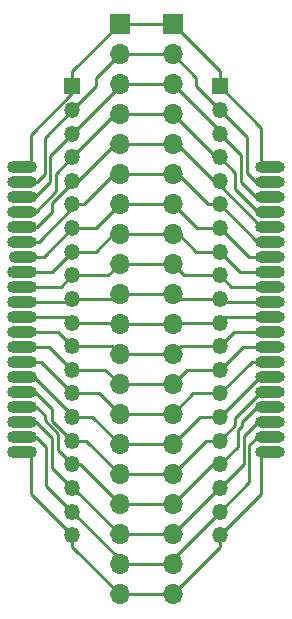
<source format=gbr>
%TF.GenerationSoftware,KiCad,Pcbnew,8.0.1*%
%TF.CreationDate,2024-04-29T01:14:48+09:00*%
%TF.ProjectId,pitch-convert,70697463-682d-4636-9f6e-766572742e6b,1*%
%TF.SameCoordinates,PX855f4f8PY6b58780*%
%TF.FileFunction,Copper,L1,Top*%
%TF.FilePolarity,Positive*%
%FSLAX46Y46*%
G04 Gerber Fmt 4.6, Leading zero omitted, Abs format (unit mm)*
G04 Created by KiCad (PCBNEW 8.0.1) date 2024-04-29 01:14:48*
%MOMM*%
%LPD*%
G01*
G04 APERTURE LIST*
%TA.AperFunction,ComponentPad*%
%ADD10O,2.540000X1.008000*%
%TD*%
%TA.AperFunction,ComponentPad*%
%ADD11O,2.540000X1.000000*%
%TD*%
%TA.AperFunction,ComponentPad*%
%ADD12O,2.413000X1.008000*%
%TD*%
%TA.AperFunction,ComponentPad*%
%ADD13R,1.350000X1.350000*%
%TD*%
%TA.AperFunction,ComponentPad*%
%ADD14O,1.350000X1.350000*%
%TD*%
%TA.AperFunction,ComponentPad*%
%ADD15R,1.700000X1.700000*%
%TD*%
%TA.AperFunction,ComponentPad*%
%ADD16O,1.700000X1.700000*%
%TD*%
%TA.AperFunction,ComponentPad*%
%ADD17O,2.532000X1.000000*%
%TD*%
%TA.AperFunction,ComponentPad*%
%ADD18O,2.532000X1.008000*%
%TD*%
%TA.AperFunction,Conductor*%
%ADD19C,0.250000*%
%TD*%
G04 APERTURE END LIST*
D10*
%TO.P,J5,1,Pin_1*%
%TO.N,/A1*%
X-26613000Y30256000D03*
D11*
%TO.P,J5,2,Pin_2*%
%TO.N,/A2*%
X-26613000Y28990000D03*
D10*
%TO.P,J5,3,Pin_3*%
%TO.N,/A3*%
X-26613000Y27716000D03*
D11*
%TO.P,J5,4,Pin_4*%
%TO.N,/A4*%
X-26613000Y26450000D03*
D10*
%TO.P,J5,5,Pin_5*%
%TO.N,/A5*%
X-26613000Y25176000D03*
D11*
%TO.P,J5,6,Pin_6*%
%TO.N,/A6*%
X-26613000Y23910000D03*
D12*
%TO.P,J5,7,Pin_7*%
%TO.N,/A7*%
X-26549500Y22636000D03*
D10*
%TO.P,J5,8,Pin_8*%
%TO.N,/A8*%
X-26613000Y21366000D03*
%TO.P,J5,9,Pin_9*%
%TO.N,/A9*%
X-26613000Y20096000D03*
%TO.P,J5,10,Pin_10*%
%TO.N,/A10*%
X-26613000Y18826000D03*
%TO.P,J5,11,Pin_11*%
%TO.N,/A11*%
X-26613000Y17556000D03*
D11*
%TO.P,J5,12,Pin_12*%
%TO.N,/A12*%
X-26613000Y16290000D03*
D10*
%TO.P,J5,13,Pin_13*%
%TO.N,/A13*%
X-26613000Y15016000D03*
%TO.P,J5,14,Pin_14*%
%TO.N,/A14*%
X-26613000Y13746000D03*
%TO.P,J5,15,Pin_15*%
%TO.N,/A15*%
X-26613000Y12476000D03*
D11*
%TO.P,J5,16,Pin_16*%
%TO.N,/A16*%
X-26613000Y11210000D03*
D10*
%TO.P,J5,17,Pin_17*%
%TO.N,/A17*%
X-26613000Y9936000D03*
%TO.P,J5,18,Pin_18*%
%TO.N,/A18*%
X-26613000Y8666000D03*
%TO.P,J5,19,Pin_19*%
%TO.N,/A19*%
X-26613000Y7396000D03*
%TO.P,J5,20,Pin_20*%
%TO.N,/A20*%
X-26613000Y6126000D03*
%TD*%
D13*
%TO.P,J4,1,Pin_1*%
%TO.N,/A1*%
X-9851000Y37060000D03*
D14*
%TO.P,J4,2,Pin_2*%
%TO.N,/A2*%
X-9851000Y35060000D03*
%TO.P,J4,3,Pin_3*%
%TO.N,/A3*%
X-9851000Y33060000D03*
%TO.P,J4,4,Pin_4*%
%TO.N,/A4*%
X-9851000Y31060000D03*
%TO.P,J4,5,Pin_5*%
%TO.N,/A5*%
X-9851000Y29060000D03*
%TO.P,J4,6,Pin_6*%
%TO.N,/A6*%
X-9851000Y27060000D03*
%TO.P,J4,7,Pin_7*%
%TO.N,/A7*%
X-9851000Y25060000D03*
%TO.P,J4,8,Pin_8*%
%TO.N,/A8*%
X-9851000Y23060000D03*
%TO.P,J4,9,Pin_9*%
%TO.N,/A9*%
X-9851000Y21060000D03*
%TO.P,J4,10,Pin_10*%
%TO.N,/A10*%
X-9851000Y19060000D03*
%TO.P,J4,11,Pin_11*%
%TO.N,/A11*%
X-9851000Y17060000D03*
%TO.P,J4,12,Pin_12*%
%TO.N,/A12*%
X-9851000Y15060000D03*
%TO.P,J4,13,Pin_13*%
%TO.N,/A13*%
X-9851000Y13060000D03*
%TO.P,J4,14,Pin_14*%
%TO.N,/A14*%
X-9851000Y11060000D03*
%TO.P,J4,15,Pin_15*%
%TO.N,/A15*%
X-9851000Y9060000D03*
%TO.P,J4,16,Pin_16*%
%TO.N,/A16*%
X-9851000Y7060000D03*
%TO.P,J4,17,Pin_17*%
%TO.N,/A17*%
X-9851000Y5060000D03*
%TO.P,J4,18,Pin_18*%
%TO.N,/A18*%
X-9851000Y3060000D03*
%TO.P,J4,19,Pin_19*%
%TO.N,/A19*%
X-9851000Y1060000D03*
%TO.P,J4,20,Pin_20*%
%TO.N,/A20*%
X-9851000Y-940000D03*
%TD*%
D15*
%TO.P,J2,1,Pin_1*%
%TO.N,/A1*%
X-13851000Y42320000D03*
D16*
%TO.P,J2,2,Pin_2*%
%TO.N,/A2*%
X-13851000Y39780000D03*
%TO.P,J2,3,Pin_3*%
%TO.N,/A3*%
X-13851000Y37240000D03*
%TO.P,J2,4,Pin_4*%
%TO.N,/A4*%
X-13851000Y34700000D03*
%TO.P,J2,5,Pin_5*%
%TO.N,/A5*%
X-13851000Y32160000D03*
%TO.P,J2,6,Pin_6*%
%TO.N,/A6*%
X-13851000Y29620000D03*
%TO.P,J2,7,Pin_7*%
%TO.N,/A7*%
X-13851000Y27080000D03*
%TO.P,J2,8,Pin_8*%
%TO.N,/A8*%
X-13851000Y24540000D03*
%TO.P,J2,9,Pin_9*%
%TO.N,/A9*%
X-13851000Y22000000D03*
%TO.P,J2,10,Pin_10*%
%TO.N,/A10*%
X-13851000Y19460000D03*
%TO.P,J2,11,Pin_11*%
%TO.N,/A11*%
X-13851000Y16920000D03*
%TO.P,J2,12,Pin_12*%
%TO.N,/A12*%
X-13851000Y14380000D03*
%TO.P,J2,13,Pin_13*%
%TO.N,/A13*%
X-13851000Y11840000D03*
%TO.P,J2,14,Pin_14*%
%TO.N,/A14*%
X-13851000Y9300000D03*
%TO.P,J2,15,Pin_15*%
%TO.N,/A15*%
X-13851000Y6760000D03*
%TO.P,J2,16,Pin_16*%
%TO.N,/A16*%
X-13851000Y4220000D03*
%TO.P,J2,17,Pin_17*%
%TO.N,/A17*%
X-13851000Y1680000D03*
%TO.P,J2,18,Pin_18*%
%TO.N,/A18*%
X-13851000Y-860000D03*
%TO.P,J2,19,Pin_19*%
%TO.N,/A19*%
X-13851000Y-3400000D03*
%TO.P,J2,20,Pin_20*%
%TO.N,/A20*%
X-13851000Y-5940000D03*
%TD*%
D17*
%TO.P,J6,1,Pin_1*%
%TO.N,/A1*%
X-5585000Y30260000D03*
%TO.P,J6,2,Pin_2*%
%TO.N,/A2*%
X-5585000Y28990000D03*
D18*
%TO.P,J6,3,Pin_3*%
%TO.N,/A3*%
X-5585000Y27716000D03*
D17*
%TO.P,J6,4,Pin_4*%
%TO.N,/A4*%
X-5585000Y26450000D03*
D18*
%TO.P,J6,5,Pin_5*%
%TO.N,/A5*%
X-5585000Y25176000D03*
D17*
%TO.P,J6,6,Pin_6*%
%TO.N,/A6*%
X-5585000Y23910000D03*
D18*
%TO.P,J6,7,Pin_7*%
%TO.N,/A7*%
X-5585000Y22636000D03*
%TO.P,J6,8,Pin_8*%
%TO.N,/A8*%
X-5585000Y21366000D03*
D17*
%TO.P,J6,9,Pin_9*%
%TO.N,/A9*%
X-5585000Y20100000D03*
D18*
%TO.P,J6,10,Pin_10*%
%TO.N,/A10*%
X-5585000Y18826000D03*
%TO.P,J6,11,Pin_11*%
%TO.N,/A11*%
X-5585000Y17556000D03*
D17*
%TO.P,J6,12,Pin_12*%
%TO.N,/A12*%
X-5585000Y16290000D03*
%TO.P,J6,13,Pin_13*%
%TO.N,/A13*%
X-5585000Y15020000D03*
%TO.P,J6,14,Pin_14*%
%TO.N,/A14*%
X-5585000Y13750000D03*
%TO.P,J6,15,Pin_15*%
%TO.N,/A15*%
X-5585000Y12480000D03*
%TO.P,J6,16,Pin_16*%
%TO.N,/A16*%
X-5585000Y11210000D03*
%TO.P,J6,17,Pin_17*%
%TO.N,/A17*%
X-5585000Y9940000D03*
%TO.P,J6,18,Pin_18*%
%TO.N,/A18*%
X-5585000Y8670000D03*
%TO.P,J6,19,Pin_19*%
%TO.N,/A19*%
X-5585000Y7400000D03*
%TO.P,J6,20,Pin_20*%
%TO.N,/A20*%
X-5585000Y6130000D03*
%TD*%
D13*
%TO.P,J3,1,Pin_1*%
%TO.N,/A1*%
X-22351000Y37060000D03*
D14*
%TO.P,J3,2,Pin_2*%
%TO.N,/A2*%
X-22351000Y35060000D03*
%TO.P,J3,3,Pin_3*%
%TO.N,/A3*%
X-22351000Y33060000D03*
%TO.P,J3,4,Pin_4*%
%TO.N,/A4*%
X-22351000Y31060000D03*
%TO.P,J3,5,Pin_5*%
%TO.N,/A5*%
X-22351000Y29060000D03*
%TO.P,J3,6,Pin_6*%
%TO.N,/A6*%
X-22351000Y27060000D03*
%TO.P,J3,7,Pin_7*%
%TO.N,/A7*%
X-22351000Y25060000D03*
%TO.P,J3,8,Pin_8*%
%TO.N,/A8*%
X-22351000Y23060000D03*
%TO.P,J3,9,Pin_9*%
%TO.N,/A9*%
X-22351000Y21060000D03*
%TO.P,J3,10,Pin_10*%
%TO.N,/A10*%
X-22351000Y19060000D03*
%TO.P,J3,11,Pin_11*%
%TO.N,/A11*%
X-22351000Y17060000D03*
%TO.P,J3,12,Pin_12*%
%TO.N,/A12*%
X-22351000Y15060000D03*
%TO.P,J3,13,Pin_13*%
%TO.N,/A13*%
X-22351000Y13060000D03*
%TO.P,J3,14,Pin_14*%
%TO.N,/A14*%
X-22351000Y11060000D03*
%TO.P,J3,15,Pin_15*%
%TO.N,/A15*%
X-22351000Y9060000D03*
%TO.P,J3,16,Pin_16*%
%TO.N,/A16*%
X-22351000Y7060000D03*
%TO.P,J3,17,Pin_17*%
%TO.N,/A17*%
X-22351000Y5060000D03*
%TO.P,J3,18,Pin_18*%
%TO.N,/A18*%
X-22351000Y3060000D03*
%TO.P,J3,19,Pin_19*%
%TO.N,/A19*%
X-22351000Y1060000D03*
%TO.P,J3,20,Pin_20*%
%TO.N,/A20*%
X-22351000Y-940000D03*
%TD*%
D15*
%TO.P,J1,1,Pin_1*%
%TO.N,/A1*%
X-18351000Y42320000D03*
D16*
%TO.P,J1,2,Pin_2*%
%TO.N,/A2*%
X-18351000Y39780000D03*
%TO.P,J1,3,Pin_3*%
%TO.N,/A3*%
X-18351000Y37240000D03*
%TO.P,J1,4,Pin_4*%
%TO.N,/A4*%
X-18351000Y34700000D03*
%TO.P,J1,5,Pin_5*%
%TO.N,/A5*%
X-18351000Y32160000D03*
%TO.P,J1,6,Pin_6*%
%TO.N,/A6*%
X-18351000Y29620000D03*
%TO.P,J1,7,Pin_7*%
%TO.N,/A7*%
X-18351000Y27080000D03*
%TO.P,J1,8,Pin_8*%
%TO.N,/A8*%
X-18351000Y24540000D03*
%TO.P,J1,9,Pin_9*%
%TO.N,/A9*%
X-18351000Y22000000D03*
%TO.P,J1,10,Pin_10*%
%TO.N,/A10*%
X-18351000Y19460000D03*
%TO.P,J1,11,Pin_11*%
%TO.N,/A11*%
X-18351000Y16920000D03*
%TO.P,J1,12,Pin_12*%
%TO.N,/A12*%
X-18351000Y14380000D03*
%TO.P,J1,13,Pin_13*%
%TO.N,/A13*%
X-18351000Y11840000D03*
%TO.P,J1,14,Pin_14*%
%TO.N,/A14*%
X-18351000Y9300000D03*
%TO.P,J1,15,Pin_15*%
%TO.N,/A15*%
X-18351000Y6760000D03*
%TO.P,J1,16,Pin_16*%
%TO.N,/A16*%
X-18351000Y4220000D03*
%TO.P,J1,17,Pin_17*%
%TO.N,/A17*%
X-18351000Y1680000D03*
%TO.P,J1,18,Pin_18*%
%TO.N,/A18*%
X-18351000Y-860000D03*
%TO.P,J1,19,Pin_19*%
%TO.N,/A19*%
X-18351000Y-3400000D03*
%TO.P,J1,20,Pin_20*%
%TO.N,/A20*%
X-18351000Y-5940000D03*
%TD*%
D19*
%TO.N,/A3*%
X-24251000Y28960000D02*
X-24251000Y31160000D01*
X-25491000Y27720000D02*
X-24251000Y28960000D01*
X-25851000Y27720000D02*
X-25491000Y27720000D01*
X-24251000Y31160000D02*
X-22351000Y33060000D01*
%TO.N,/A2*%
X-24701000Y32710000D02*
X-22351000Y35060000D01*
X-25321000Y28990000D02*
X-24701000Y29610000D01*
X-25851000Y28990000D02*
X-25321000Y28990000D01*
X-24701000Y29610000D02*
X-24701000Y32710000D01*
%TO.N,/A4*%
X-23751000Y28160000D02*
X-23751000Y29660000D01*
X-25461000Y26450000D02*
X-23751000Y28160000D01*
X-25851000Y26450000D02*
X-25461000Y26450000D01*
X-23751000Y29660000D02*
X-22351000Y31060000D01*
%TO.N,/A5*%
X-22351000Y28860000D02*
X-22351000Y29060000D01*
X-24051000Y27160000D02*
X-22351000Y28860000D01*
X-24051000Y26460000D02*
X-24051000Y27160000D01*
X-25851000Y25180000D02*
X-25331000Y25180000D01*
X-25331000Y25180000D02*
X-24051000Y26460000D01*
%TO.N,/A6*%
X-22351000Y26760000D02*
X-22351000Y27060000D01*
X-25201000Y23910000D02*
X-22351000Y26760000D01*
X-25851000Y23910000D02*
X-25201000Y23910000D01*
%TO.N,/A8*%
X-24041000Y21370000D02*
X-22351000Y23060000D01*
X-25851000Y21370000D02*
X-24041000Y21370000D01*
%TO.N,/A10*%
X-25851000Y18830000D02*
X-22581000Y18830000D01*
X-22581000Y18830000D02*
X-22351000Y19060000D01*
%TO.N,/A11*%
X-22851000Y17560000D02*
X-22351000Y17060000D01*
X-25851000Y17560000D02*
X-22851000Y17560000D01*
%TO.N,/A12*%
X-23581000Y16290000D02*
X-22351000Y15060000D01*
X-25851000Y16290000D02*
X-23581000Y16290000D01*
%TO.N,/A13*%
X-24311000Y15020000D02*
X-22351000Y13060000D01*
X-25851000Y15020000D02*
X-24311000Y15020000D01*
%TO.N,/A14*%
X-25041000Y13750000D02*
X-22351000Y11060000D01*
X-25851000Y13750000D02*
X-25041000Y13750000D01*
%TO.N,/A15*%
X-25571000Y12480000D02*
X-22351000Y9260000D01*
X-22351000Y9260000D02*
X-22351000Y9060000D01*
X-25851000Y12480000D02*
X-25571000Y12480000D01*
%TO.N,/A16*%
X-24051000Y8760000D02*
X-22351000Y7060000D01*
X-24051000Y9760000D02*
X-24051000Y8760000D01*
X-25501000Y11210000D02*
X-24051000Y9760000D01*
X-25851000Y11210000D02*
X-25501000Y11210000D01*
%TO.N,/A17*%
X-23551000Y6260000D02*
X-22351000Y5060000D01*
X-25431000Y9940000D02*
X-24701000Y9210000D01*
X-24701000Y9210000D02*
X-24701000Y8773604D01*
X-23551000Y7623604D02*
X-23551000Y6260000D01*
X-25851000Y9940000D02*
X-25431000Y9940000D01*
X-24701000Y8773604D02*
X-23551000Y7623604D01*
%TO.N,/A18*%
X-24051000Y4760000D02*
X-22351000Y3060000D01*
X-24051000Y7260000D02*
X-24051000Y4760000D01*
X-25851000Y8670000D02*
X-25461000Y8670000D01*
X-25461000Y8670000D02*
X-24051000Y7260000D01*
%TO.N,/A19*%
X-24551000Y3260000D02*
X-22351000Y1060000D01*
X-24551000Y6560000D02*
X-24551000Y3260000D01*
X-25391000Y7400000D02*
X-24551000Y6560000D01*
X-25851000Y7400000D02*
X-25391000Y7400000D01*
%TO.N,/A16*%
X-6351000Y11210000D02*
X-8551000Y9010000D01*
X-8551000Y9010000D02*
X-8551000Y8360000D01*
X-8551000Y8360000D02*
X-9851000Y7060000D01*
%TO.N,/A17*%
X-8001000Y8273604D02*
X-8351000Y7923604D01*
X-8351000Y7923604D02*
X-8351000Y6560000D01*
X-8001000Y8648363D02*
X-8001000Y8273604D01*
X-8351000Y6560000D02*
X-9851000Y5060000D01*
X-6709363Y9940000D02*
X-8001000Y8648363D01*
X-6351000Y9940000D02*
X-6709363Y9940000D01*
%TO.N,/A18*%
X-7851000Y5060000D02*
X-9851000Y3060000D01*
X-7851000Y7460000D02*
X-7851000Y5060000D01*
X-6641000Y8670000D02*
X-7851000Y7460000D01*
X-6351000Y8670000D02*
X-6641000Y8670000D01*
%TO.N,/A19*%
X-7351000Y3560000D02*
X-9851000Y1060000D01*
X-7351000Y6660000D02*
X-7351000Y3560000D01*
X-6351000Y7400000D02*
X-6611000Y7400000D01*
X-6611000Y7400000D02*
X-7351000Y6660000D01*
%TO.N,/A2*%
X-7551000Y32760000D02*
X-9851000Y35060000D01*
X-6781000Y28990000D02*
X-7551000Y29760000D01*
X-6351000Y28990000D02*
X-6781000Y28990000D01*
X-7551000Y29760000D02*
X-7551000Y32760000D01*
%TO.N,/A3*%
X-8051000Y31260000D02*
X-9851000Y33060000D01*
X-8051000Y28960000D02*
X-8051000Y31260000D01*
X-6811000Y27720000D02*
X-8051000Y28960000D01*
X-6351000Y27720000D02*
X-6811000Y27720000D01*
%TO.N,/A4*%
X-8551000Y29760000D02*
X-9851000Y31060000D01*
X-8551000Y28360000D02*
X-8551000Y29760000D01*
X-6351000Y26450000D02*
X-6641000Y26450000D01*
X-6641000Y26450000D02*
X-8551000Y28360000D01*
%TO.N,/A7*%
X-7431000Y22640000D02*
X-9851000Y25060000D01*
X-6351000Y22640000D02*
X-7431000Y22640000D01*
%TO.N,/A8*%
X-6351000Y21370000D02*
X-8161000Y21370000D01*
X-8161000Y21370000D02*
X-9851000Y23060000D01*
%TO.N,/A9*%
X-6351000Y20100000D02*
X-8891000Y20100000D01*
X-8891000Y20100000D02*
X-9851000Y21060000D01*
%TO.N,/A10*%
X-6351000Y18830000D02*
X-9621000Y18830000D01*
X-9621000Y18830000D02*
X-9851000Y19060000D01*
%TO.N,/A11*%
X-9351000Y17560000D02*
X-9851000Y17060000D01*
X-6351000Y17560000D02*
X-9351000Y17560000D01*
%TO.N,/A13*%
X-7891000Y15020000D02*
X-9851000Y13060000D01*
X-6351000Y15020000D02*
X-7891000Y15020000D01*
%TO.N,/A19*%
X-18351000Y-2940000D02*
X-18351000Y-3400000D01*
X-22351000Y1060000D02*
X-18351000Y-2940000D01*
X-13851000Y-2940000D02*
X-9851000Y1060000D01*
X-13851000Y-3400000D02*
X-13851000Y-2940000D01*
%TO.N,/A18*%
X-13851000Y-860000D02*
X-9931000Y3060000D01*
X-9931000Y3060000D02*
X-9851000Y3060000D01*
X-22271000Y3060000D02*
X-18351000Y-860000D01*
X-22351000Y3060000D02*
X-22271000Y3060000D01*
%TO.N,/A17*%
X-10471000Y5060000D02*
X-9851000Y5060000D01*
X-13851000Y1680000D02*
X-10471000Y5060000D01*
X-21731000Y5060000D02*
X-18351000Y1680000D01*
X-22351000Y5060000D02*
X-21731000Y5060000D01*
%TO.N,/A16*%
X-21191000Y7060000D02*
X-18351000Y4220000D01*
X-22351000Y7060000D02*
X-21191000Y7060000D01*
%TO.N,/A15*%
X-20651000Y9060000D02*
X-18351000Y6760000D01*
X-22351000Y9060000D02*
X-20651000Y9060000D01*
X-11551000Y9060000D02*
X-9851000Y9060000D01*
X-13851000Y6760000D02*
X-11551000Y9060000D01*
%TO.N,/A14*%
X-12091000Y11060000D02*
X-9851000Y11060000D01*
X-13851000Y9300000D02*
X-12091000Y11060000D01*
X-20111000Y11060000D02*
X-18351000Y9300000D01*
X-22351000Y11060000D02*
X-20111000Y11060000D01*
%TO.N,/A13*%
X-19571000Y13060000D02*
X-18351000Y11840000D01*
X-22351000Y13060000D02*
X-19571000Y13060000D01*
X-12631000Y13060000D02*
X-9851000Y13060000D01*
X-13851000Y11840000D02*
X-12631000Y13060000D01*
%TO.N,/A12*%
X-13171000Y15060000D02*
X-9851000Y15060000D01*
X-13851000Y14380000D02*
X-13171000Y15060000D01*
X-19031000Y15060000D02*
X-18351000Y14380000D01*
X-22351000Y15060000D02*
X-19031000Y15060000D01*
%TO.N,/A11*%
X-18491000Y17060000D02*
X-18351000Y16920000D01*
X-22351000Y17060000D02*
X-18491000Y17060000D01*
X-13711000Y17060000D02*
X-9851000Y17060000D01*
X-13851000Y16920000D02*
X-13711000Y17060000D01*
%TO.N,/A10*%
X-13451000Y19060000D02*
X-9851000Y19060000D01*
X-13851000Y19460000D02*
X-13451000Y19060000D01*
%TO.N,/A9*%
X-12911000Y21060000D02*
X-9851000Y21060000D01*
X-13851000Y22000000D02*
X-12911000Y21060000D01*
%TO.N,/A8*%
X-13331000Y24540000D02*
X-11851000Y23060000D01*
X-13851000Y24540000D02*
X-13331000Y24540000D01*
X-11851000Y23060000D02*
X-9851000Y23060000D01*
X-18871000Y24540000D02*
X-18351000Y24540000D01*
X-20351000Y23060000D02*
X-18871000Y24540000D01*
X-22351000Y23060000D02*
X-20351000Y23060000D01*
%TO.N,/A7*%
X-11831000Y25060000D02*
X-9851000Y25060000D01*
X-13851000Y27080000D02*
X-11831000Y25060000D01*
%TO.N,/A6*%
X-18791000Y29620000D02*
X-18351000Y29620000D01*
X-21351000Y27060000D02*
X-18791000Y29620000D01*
X-22351000Y27060000D02*
X-21351000Y27060000D01*
X-13411000Y29620000D02*
X-10851000Y27060000D01*
X-13851000Y29620000D02*
X-13411000Y29620000D01*
X-10851000Y27060000D02*
X-9851000Y27060000D01*
%TO.N,/A2*%
X-20351000Y37780000D02*
X-18351000Y39780000D01*
X-20351000Y37060000D02*
X-20351000Y37780000D01*
X-22351000Y35060000D02*
X-20351000Y37060000D01*
%TO.N,/A5*%
X-18751000Y32160000D02*
X-18351000Y32160000D01*
X-21851000Y29060000D02*
X-18751000Y32160000D01*
X-22351000Y29060000D02*
X-21851000Y29060000D01*
X-13451000Y32160000D02*
X-10351000Y29060000D01*
X-13851000Y32160000D02*
X-13451000Y32160000D01*
X-10351000Y29060000D02*
X-9851000Y29060000D01*
%TO.N,/A2*%
X-11851000Y37780000D02*
X-11851000Y37060000D01*
X-11851000Y37060000D02*
X-9851000Y35060000D01*
X-13851000Y39780000D02*
X-11851000Y37780000D01*
%TO.N,/A1*%
X-9851000Y38320000D02*
X-13851000Y42320000D01*
X-9851000Y37060000D02*
X-9851000Y38320000D01*
%TO.N,/A3*%
X-13851000Y37240000D02*
X-9851000Y33240000D01*
X-9851000Y33240000D02*
X-9851000Y33060000D01*
%TO.N,/A4*%
X-10211000Y31060000D02*
X-9851000Y31060000D01*
X-13851000Y34700000D02*
X-10211000Y31060000D01*
%TO.N,/A20*%
X-9851000Y-1940000D02*
X-9851000Y-940000D01*
X-13851000Y-5940000D02*
X-9851000Y-1940000D01*
%TO.N,/A16*%
X-11011000Y7060000D02*
X-9851000Y7060000D01*
X-13851000Y4220000D02*
X-11011000Y7060000D01*
%TO.N,/A20*%
X-22351000Y-1940000D02*
X-18351000Y-5940000D01*
X-22351000Y-940000D02*
X-22351000Y-1940000D01*
%TO.N,/A4*%
X-18711000Y34700000D02*
X-18351000Y34700000D01*
X-22351000Y31060000D02*
X-18711000Y34700000D01*
%TO.N,/A7*%
X-20371000Y25060000D02*
X-18351000Y27080000D01*
X-22351000Y25060000D02*
X-20371000Y25060000D01*
%TO.N,/A9*%
X-22351000Y21060000D02*
X-19291000Y21060000D01*
X-19291000Y21060000D02*
X-18351000Y22000000D01*
%TO.N,/A10*%
X-22351000Y19060000D02*
X-18751000Y19060000D01*
X-18751000Y19060000D02*
X-18351000Y19460000D01*
%TO.N,/A3*%
X-18351000Y37060000D02*
X-18351000Y37240000D01*
X-22351000Y33060000D02*
X-18351000Y37060000D01*
%TO.N,/A1*%
X-22351000Y38320000D02*
X-18351000Y42320000D01*
X-22351000Y37060000D02*
X-22351000Y38320000D01*
X-18351000Y42320000D02*
X-13851000Y42320000D01*
%TO.N,/A2*%
X-18351000Y39780000D02*
X-13851000Y39780000D01*
%TO.N,/A3*%
X-18351000Y37240000D02*
X-13851000Y37240000D01*
%TO.N,/A4*%
X-18351000Y34700000D02*
X-13851000Y34700000D01*
%TO.N,/A5*%
X-18351000Y32160000D02*
X-13851000Y32160000D01*
%TO.N,/A6*%
X-18351000Y29620000D02*
X-13851000Y29620000D01*
%TO.N,/A7*%
X-18351000Y27080000D02*
X-13851000Y27080000D01*
%TO.N,/A8*%
X-18351000Y24540000D02*
X-13851000Y24540000D01*
%TO.N,/A9*%
X-18351000Y22000000D02*
X-13851000Y22000000D01*
%TO.N,/A10*%
X-18351000Y19460000D02*
X-13851000Y19460000D01*
%TO.N,/A11*%
X-18351000Y16920000D02*
X-13851000Y16920000D01*
%TO.N,/A12*%
X-18351000Y14380000D02*
X-13851000Y14380000D01*
%TO.N,/A13*%
X-18351000Y11840000D02*
X-13851000Y11840000D01*
%TO.N,/A14*%
X-18351000Y9300000D02*
X-13851000Y9300000D01*
%TO.N,/A15*%
X-18351000Y6760000D02*
X-13851000Y6760000D01*
%TO.N,/A16*%
X-18351000Y4220000D02*
X-13851000Y4220000D01*
%TO.N,/A17*%
X-18351000Y1680000D02*
X-13851000Y1680000D01*
%TO.N,/A18*%
X-18351000Y-860000D02*
X-13851000Y-860000D01*
%TO.N,/A19*%
X-18351000Y-3400000D02*
X-13851000Y-3400000D01*
%TO.N,/A20*%
X-18351000Y-5940000D02*
X-13851000Y-5940000D01*
%TO.N,/A1*%
X-6351000Y33560000D02*
X-9851000Y37060000D01*
X-6351000Y30260000D02*
X-6351000Y33560000D01*
%TO.N,/A5*%
X-9851000Y28680000D02*
X-9851000Y29060000D01*
X-6351000Y25180000D02*
X-9851000Y28680000D01*
%TO.N,/A6*%
X-6351000Y23910000D02*
X-6701000Y23910000D01*
X-6701000Y23910000D02*
X-9851000Y27060000D01*
%TO.N,/A20*%
X-6351000Y2560000D02*
X-9851000Y-940000D01*
X-6351000Y6130000D02*
X-6351000Y2560000D01*
%TO.N,/A15*%
X-6431000Y12480000D02*
X-9851000Y9060000D01*
X-6351000Y12480000D02*
X-6431000Y12480000D01*
%TO.N,/A14*%
X-7161000Y13750000D02*
X-9851000Y11060000D01*
X-6351000Y13750000D02*
X-7161000Y13750000D01*
%TO.N,/A12*%
X-6351000Y16290000D02*
X-8621000Y16290000D01*
X-8621000Y16290000D02*
X-9851000Y15060000D01*
%TO.N,/A1*%
X-22351000Y36474214D02*
X-22351000Y37060000D01*
X-25851000Y32974214D02*
X-22351000Y36474214D01*
X-25851000Y30260000D02*
X-25851000Y32974214D01*
%TO.N,/A7*%
X-24771000Y22640000D02*
X-22351000Y25060000D01*
X-25851000Y22640000D02*
X-24771000Y22640000D01*
%TO.N,/A9*%
X-23311000Y20100000D02*
X-22351000Y21060000D01*
X-25851000Y20100000D02*
X-23311000Y20100000D01*
%TO.N,/A20*%
X-25851000Y2560000D02*
X-22351000Y-940000D01*
X-25851000Y6130000D02*
X-25851000Y2560000D01*
%TD*%
M02*

</source>
